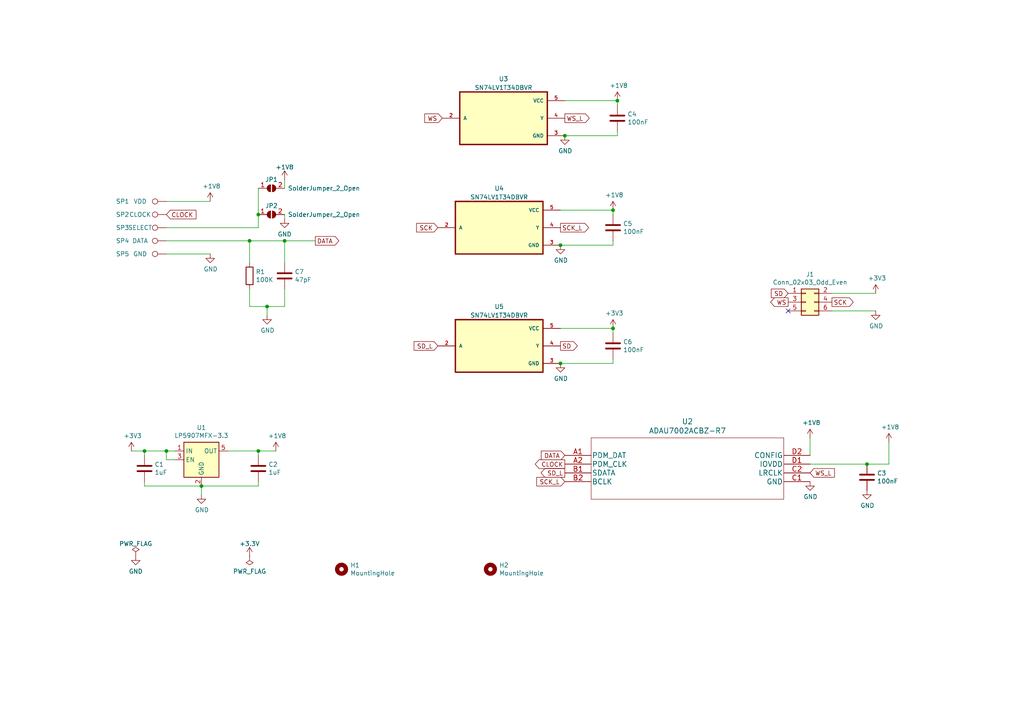
<source format=kicad_sch>
(kicad_sch (version 20230121) (generator eeschema)
  (paper "A4")
  (title_block (title "IM72D128-Tube-PCB") (date "2022-07-12") (rev "V1.0"))
  (lib_symbols
    (symbol "+1V8_1" (power) (pin_names (offset 0))
      (property "Value" "+1V8_1" (at 0 3.556 0))
      (symbol "+1V8_1_0_1"
        (polyline (pts (xy -0.762 1.27) (xy 0 2.54)))
        (polyline (pts (xy 0 0) (xy 0 2.54)))
        (polyline (pts (xy 0 2.54) (xy 0.762 1.27)))
      )
      (symbol "+1V8_1_1_1"
        (pin power_in line (at 0 0 90) (length 0) hide (name "+1V8") (number "1"))
      )
    )
    (symbol "ADAU7002:ADAU7002ACBZ-R7" (pin_names (offset 0.254))
      (property "Reference" "U" (at 35.56 10.16 0))
      (property "Value" "ADAU7002ACBZ-R7" (at 35.56 7.62 0))
      (symbol "ADAU7002ACBZ-R7_1_1"
        (polyline (pts (xy 7.62 -12.7) (xy 63.5 -12.7)) (stroke (width 0.127)))
        (polyline (pts (xy 7.62 5.08) (xy 7.62 -12.7)) (stroke (width 0.127)))
        (polyline (pts (xy 63.5 -12.7) (xy 63.5 5.08)) (stroke (width 0.127)))
        (polyline (pts (xy 63.5 5.08) (xy 7.62 5.08)) (stroke (width 0.127)))
        (pin input line (at 0 0 0) (length 7.62) (name "PDM_DAT") (number "A1"))
        (pin output line (at 0 -2.54 0) (length 7.62) (name "PDM_CLK") (number "A2"))
        (pin output line (at 0 -5.08 0) (length 7.62) (name "SDATA") (number "B1"))
        (pin input line (at 0 -7.62 0) (length 7.62) (name "BCLK") (number "B2"))
        (pin power_in line (at 71.12 -7.62 180) (length 7.62) (name "GND") (number "C1"))
        (pin input line (at 71.12 -5.08 180) (length 7.62) (name "LRCLK") (number "C2"))
        (pin power_in line (at 71.12 -2.54 180) (length 7.62) (name "IOVDD") (number "D1"))
        (pin input line (at 71.12 0 180) (length 7.62) (name "CONFIG") (number "D2"))
      )
    )
    (symbol "Connector:TestPoint" (pin_numbers hide) (pin_names (offset 0.762) hide)
      (property "Reference" "TP" (at 0 6.858 0))
      (property "Value" "TestPoint" (at 0 5.08 0))
      (symbol "TestPoint_0_1"
        (circle (center 0 3.302) (radius 0.762))
      )
      (symbol "TestPoint_1_1"
        (pin passive line (at 0 0 90) (length 2.54) (name "1") (number "1"))
      )
    )
    (symbol "Connector_Generic:Conn_02x03_Odd_Even" (pin_names (offset 1.016) hide)
      (property "Reference" "J" (at 1.27 5.08 0))
      (property "Value" "Conn_02x03_Odd_Even" (at 1.27 -5.08 0))
      (symbol "Conn_02x03_Odd_Even_1_1"
        (rectangle (start -1.27 -2.413) (end 0 -2.667) (stroke (width 0.1524)))
        (rectangle (start -1.27 0.127) (end 0 -0.127) (stroke (width 0.1524)))
        (rectangle (start -1.27 2.667) (end 0 2.413) (stroke (width 0.1524)))
        (rectangle (start -1.27 3.81) (end 3.81 -3.81) (stroke (width 0.254)) (fill (type background)))
        (rectangle (start 3.81 -2.413) (end 2.54 -2.667) (stroke (width 0.1524)))
        (rectangle (start 3.81 0.127) (end 2.54 -0.127) (stroke (width 0.1524)))
        (rectangle (start 3.81 2.667) (end 2.54 2.413) (stroke (width 0.1524)))
        (pin passive line (at -5.08 2.54 0) (length 3.81) (name "Pin_1") (number "1"))
        (pin passive line (at 7.62 2.54 180) (length 3.81) (name "Pin_2") (number "2"))
        (pin passive line (at -5.08 0 0) (length 3.81) (name "Pin_3") (number "3"))
        (pin passive line (at 7.62 0 180) (length 3.81) (name "Pin_4") (number "4"))
        (pin passive line (at -5.08 -2.54 0) (length 3.81) (name "Pin_5") (number "5"))
        (pin passive line (at 7.62 -2.54 180) (length 3.81) (name "Pin_6") (number "6"))
      )
    )
    (symbol "Device:C" (pin_numbers hide) (pin_names (offset 0.254))
      (property "Reference" "C" (at 0.635 2.54 0))
      (property "Value" "C" (at 0.635 -2.54 0))
      (symbol "C_0_1"
        (polyline (pts (xy -2.032 -0.762) (xy 2.032 -0.762)) (stroke (width 0.508)))
        (polyline (pts (xy -2.032 0.762) (xy 2.032 0.762)) (stroke (width 0.508)))
      )
      (symbol "C_1_1"
        (pin passive line (at 0 3.81 270) (length 2.794) (name "~") (number "1"))
        (pin passive line (at 0 -3.81 90) (length 2.794) (name "~") (number "2"))
      )
    )
    (symbol "Device:R" (pin_numbers hide) (pin_names (offset 0))
      (property "Reference" "R" (at 2.032 0 90))
      (property "Value" "R" (at 0 0 90))
      (symbol "R_0_1"
        (rectangle (start -1.016 -2.54) (end 1.016 2.54) (stroke (width 0.254)))
      )
      (symbol "R_1_1"
        (pin passive line (at 0 3.81 270) (length 1.27) (name "~") (number "1"))
        (pin passive line (at 0 -3.81 90) (length 1.27) (name "~") (number "2"))
      )
    )
    (symbol "GND_1" (power) (pin_names (offset 0))
      (property "Value" "GND_1" (at 0 -3.81 0))
      (symbol "GND_1_0_1"
        (polyline (pts (xy 0 0) (xy 0 -1.27) (xy 1.27 -1.27) (xy 0 -2.54) (xy -1.27 -1.27) (xy 0 -1.27)))
      )
      (symbol "GND_1_1_1"
        (pin power_in line (at 0 0 270) (length 0) hide (name "GND") (number "1"))
      )
    )
    (symbol "GND_2" (power) (pin_names (offset 0))
      (property "Value" "GND_2" (at 0 -3.81 0))
      (symbol "GND_2_0_1"
        (polyline (pts (xy 0 0) (xy 0 -1.27) (xy 1.27 -1.27) (xy 0 -2.54) (xy -1.27 -1.27) (xy 0 -1.27)))
      )
      (symbol "GND_2_1_1"
        (pin power_in line (at 0 0 270) (length 0) hide (name "GND") (number "1"))
      )
    )
    (symbol "Jumper:SolderJumper_2_Open" (pin_names (offset 0) hide)
      (property "Reference" "JP" (at 0 2.032 0))
      (property "Value" "SolderJumper_2_Open" (at 0 -2.54 0))
      (symbol "SolderJumper_2_Open_0_1"
        (arc (start -0.254 1.016) (mid -1.2656 0) (end -0.254 -1.016))
        (arc (start -0.254 1.016) (mid -1.2656 0) (end -0.254 -1.016) (fill (type outline)))
        (polyline (pts (xy -0.254 1.016) (xy -0.254 -1.016)))
        (polyline (pts (xy 0.254 1.016) (xy 0.254 -1.016)))
        (arc (start 0.254 -1.016) (mid 1.2656 0) (end 0.254 1.016))
        (arc (start 0.254 -1.016) (mid 1.2656 0) (end 0.254 1.016) (fill (type outline)))
      )
      (symbol "SolderJumper_2_Open_1_1"
        (pin passive line (at -3.81 0 0) (length 2.54) (name "A") (number "1"))
        (pin passive line (at 3.81 0 180) (length 2.54) (name "B") (number "2"))
      )
    )
    (symbol "Mechanical:MountingHole" (pin_names (offset 1.016))
      (property "Reference" "H" (at 0 5.08 0))
      (property "Value" "MountingHole" (at 0 3.175 0))
      (symbol "MountingHole_0_1"
        (circle (center 0 0) (radius 1.27) (stroke (width 1.27)))
      )
    )
    (symbol "Regulator_Linear:LP5907MFX-3.3"
      (property "Reference" "U" (at -3.81 6.35 0))
      (property "Value" "LP5907MFX-3.3" (at 6.35 6.35 0))
      (symbol "LP5907MFX-3.3_0_1"
        (rectangle (start -5.08 -5.08) (end 5.08 5.08) (stroke (width 0.254)) (fill (type background)))
        (pin power_in line (at -7.62 2.54 0) (length 2.54) (name "IN") (number "1"))
        (pin power_in line (at 0 -7.62 90) (length 2.54) (name "GND") (number "2"))
        (pin input line (at -7.62 0 0) (length 2.54) (name "EN") (number "3"))
        (pin no_connect line (at 5.08 0 180) (length 2.54) hide (name "NC") (number "4"))
        (pin power_out line (at 7.62 2.54 180) (length 2.54) (name "OUT") (number "5"))
      )
    )
    (symbol "SN74LV1T34DBVR:SN74LV1T34DBVR" (pin_names (offset 1.016))
      (property "Reference" "U" (at -12.7 8.62 0))
      (property "Value" "SN74LV1T34DBVR" (at -12.7 -11.62 0))
      (symbol "SN74LV1T34DBVR_0_0"
        (rectangle (start -12.7 -7.62) (end 12.7 7.62) (stroke (width 0.41)) (fill (type background)))
        (pin input line (at -17.78 0 0) (length 5.08) (name "A") (number "2"))
        (pin power_in line (at 17.78 -5.08 180) (length 5.08) (name "GND") (number "3"))
        (pin output line (at 17.78 0 180) (length 5.08) (name "Y") (number "4"))
        (pin power_in line (at 17.78 5.08 180) (length 5.08) (name "VCC") (number "5"))
      )
    )
    (symbol "power:+1V8" (power) (pin_names (offset 0))
      (property "Value" "+1V8" (at 0 3.556 0))
      (symbol "+1V8_0_1"
        (polyline (pts (xy -0.762 1.27) (xy 0 2.54)))
        (polyline (pts (xy 0 0) (xy 0 2.54)))
        (polyline (pts (xy 0 2.54) (xy 0.762 1.27)))
      )
      (symbol "+1V8_1_1"
        (pin power_in line (at 0 0 90) (length 0) hide (name "+1V8") (number "1"))
      )
    )
    (symbol "power:+3.3V" (power) (pin_names (offset 0))
      (property "Value" "+3.3V" (at 0 3.556 0))
      (symbol "+3.3V_0_1"
        (polyline (pts (xy -0.762 1.27) (xy 0 2.54)))
        (polyline (pts (xy 0 0) (xy 0 2.54)))
        (polyline (pts (xy 0 2.54) (xy 0.762 1.27)))
      )
      (symbol "+3.3V_1_1"
        (pin power_in line (at 0 0 90) (length 0) hide (name "+3.3V") (number "1"))
      )
    )
    (symbol "power:+3V3" (power) (pin_names (offset 0))
      (property "Value" "+3V3" (at 0 3.556 0))
      (symbol "+3V3_0_1"
        (polyline (pts (xy -0.762 1.27) (xy 0 2.54)))
        (polyline (pts (xy 0 0) (xy 0 2.54)))
        (polyline (pts (xy 0 2.54) (xy 0.762 1.27)))
      )
      (symbol "+3V3_1_1"
        (pin power_in line (at 0 0 90) (length 0) hide (name "+3V3") (number "1"))
      )
    )
    (symbol "power:GND" (power) (pin_names (offset 0))
      (property "Value" "GND" (at 0 -3.81 0))
      (symbol "GND_0_1"
        (polyline (pts (xy 0 0) (xy 0 -1.27) (xy 1.27 -1.27) (xy 0 -2.54) (xy -1.27 -1.27) (xy 0 -1.27)))
      )
      (symbol "GND_1_1"
        (pin power_in line (at 0 0 270) (length 0) hide (name "GND") (number "1"))
      )
    )
    (symbol "power:PWR_FLAG" (power) (pin_numbers hide) (pin_names (offset 0) hide)
      (property "Value" "PWR_FLAG" (at 0 3.81 0))
      (symbol "PWR_FLAG_0_0"
        (pin power_out line (at 0 0 90) (length 0) (name "pwr") (number "1"))
      )
      (symbol "PWR_FLAG_0_1"
        (polyline (pts (xy 0 0) (xy 0 1.27) (xy -1.016 1.905) (xy 0 2.54) (xy 1.016 1.905) (xy 0 1.27)))
      )
    )
  )
  (junction (at 177.8 60.96))
  (junction (at 58.42 140.97))
  (junction (at 251.46 134.62))
  (junction (at 48.26 130.81))
  (junction (at 74.93 130.81))
  (junction (at 72.39 69.85))
  (junction (at 82.55 69.85))
  (junction (at 177.8 95.25))
  (junction (at 41.91 130.81))
  (junction (at 162.56 105.41))
  (junction (at 162.56 71.12))
  (junction (at 74.93 62.23))
  (junction (at 163.83 39.37))
  (junction (at 179.07 29.21))
  (junction (at 77.47 88.9))
  (no_connect (at 228.6 90.17))
  (wire (pts (xy 74.93 54.61) (xy 74.93 62.23)))
  (wire (pts (xy 48.26 69.85) (xy 72.39 69.85)))
  (wire (pts (xy 241.3 85.09) (xy 254 85.09)))
  (wire (pts (xy 162.56 105.41) (xy 177.8 105.41)))
  (wire (pts (xy 163.83 39.37) (xy 179.07 39.37)))
  (wire (pts (xy 66.04 130.81) (xy 74.93 130.81)))
  (wire (pts (xy 72.39 83.82) (xy 72.39 88.9)))
  (wire (pts (xy 241.3 90.17) (xy 254 90.17)))
  (wire (pts (xy 162.56 71.12) (xy 177.8 71.12)))
  (wire (pts (xy 179.07 38.1) (xy 179.07 39.37)))
  (wire (pts (xy 82.55 62.23) (xy 82.55 63.5)))
  (wire (pts (xy 177.8 95.25) (xy 162.56 95.25)))
  (wire (pts (xy 48.26 66.04) (xy 74.93 66.04)))
  (wire (pts (xy 48.26 130.81) (xy 41.91 130.81)))
  (wire (pts (xy 50.8 130.81) (xy 48.26 130.81)))
  (wire (pts (xy 234.95 127) (xy 234.95 132.08)))
  (wire (pts (xy 82.55 69.85) (xy 91.44 69.85)))
  (wire (pts (xy 177.8 69.85) (xy 177.8 71.12)))
  (wire (pts (xy 41.91 132.08) (xy 41.91 130.81)))
  (wire (pts (xy 82.55 69.85) (xy 82.55 76.2)))
  (wire (pts (xy 74.93 139.7) (xy 74.93 140.97)))
  (wire (pts (xy 72.39 69.85) (xy 82.55 69.85)))
  (wire (pts (xy 77.47 88.9) (xy 77.47 91.44)))
  (wire (pts (xy 77.47 88.9) (xy 82.55 88.9)))
  (wire (pts (xy 74.93 62.23) (xy 74.93 66.04)))
  (wire (pts (xy 177.8 62.23) (xy 177.8 60.96)))
  (wire (pts (xy 41.91 139.7) (xy 41.91 140.97)))
  (wire (pts (xy 48.26 73.66) (xy 60.96 73.66)))
  (wire (pts (xy 251.46 134.62) (xy 257.81 134.62)))
  (wire (pts (xy 177.8 104.14) (xy 177.8 105.41)))
  (wire (pts (xy 72.39 69.85) (xy 72.39 76.2)))
  (wire (pts (xy 82.55 52.07) (xy 82.55 54.61)))
  (wire (pts (xy 257.81 134.62) (xy 257.81 128.27)))
  (wire (pts (xy 234.95 134.62) (xy 251.46 134.62)))
  (wire (pts (xy 82.55 88.9) (xy 82.55 83.82)))
  (wire (pts (xy 58.42 140.97) (xy 74.93 140.97)))
  (wire (pts (xy 50.8 133.35) (xy 48.26 133.35)))
  (wire (pts (xy 72.39 88.9) (xy 77.47 88.9)))
  (wire (pts (xy 179.07 30.48) (xy 179.07 29.21)))
  (wire (pts (xy 74.93 132.08) (xy 74.93 130.81)))
  (wire (pts (xy 177.8 60.96) (xy 162.56 60.96)))
  (wire (pts (xy 177.8 96.52) (xy 177.8 95.25)))
  (wire (pts (xy 58.42 140.97) (xy 41.91 140.97)))
  (wire (pts (xy 41.91 130.81) (xy 38.1 130.81)))
  (wire (pts (xy 58.42 140.97) (xy 58.42 143.51)))
  (wire (pts (xy 74.93 130.81) (xy 80.01 130.81)))
  (wire (pts (xy 48.26 58.42) (xy 60.96 58.42)))
  (wire (pts (xy 48.26 133.35) (xy 48.26 130.81)))
  (wire (pts (xy 179.07 29.21) (xy 163.83 29.21)))
  (global_label "SCK" (shape input) (at 127 66.04 180) (property "Intersheetrefs" "${INTERSHEET_REFS}" (effects hide)) (property "Referenzen zwischen Schaltplänen" "${INTERSHEET_REFS}" (effects hide)))
  (global_label "WS" (shape output) (at 228.6 87.63 180) (property "Intersheetrefs" "${INTERSHEET_REFS}" (effects hide)) (property "Referenzen zwischen Schaltplänen" "${INTERSHEET_REFS}" (effects hide)))
  (global_label "DATA" (shape output) (at 91.44 69.85 0) (property "Intersheetrefs" "${INTERSHEET_REFS}" (effects hide)) (property "Referenzen zwischen Schaltplänen" "${INTERSHEET_REFS}" (effects hide)))
  (global_label "CLOCK" (shape output) (at 163.83 134.62 180) (property "Intersheetrefs" "${INTERSHEET_REFS}" (effects hide)) (property "Referenzen zwischen Schaltplänen" "${INTERSHEET_REFS}" (effects hide)))
  (global_label "SD_L" (shape input) (at 127 100.33 180) (property "Intersheetrefs" "${INTERSHEET_REFS}" (effects hide)) (property "Referenzen zwischen Schaltplänen" "${INTERSHEET_REFS}" (effects hide)))
  (global_label "SCK_L" (shape input) (at 163.83 139.7 180) (property "Intersheetrefs" "${INTERSHEET_REFS}" (effects hide)) (property "Referenzen zwischen Schaltplänen" "${INTERSHEET_REFS}" (effects hide)))
  (global_label "WS_L" (shape output) (at 163.83 34.29 0) (property "Intersheetrefs" "${INTERSHEET_REFS}" (effects hide)) (property "Referenzen zwischen Schaltplänen" "${INTERSHEET_REFS}" (effects hide)))
  (global_label "SD_L" (shape output) (at 163.83 137.16 180) (property "Intersheetrefs" "${INTERSHEET_REFS}" (effects hide)) (property "Referenzen zwischen Schaltplänen" "${INTERSHEET_REFS}" (effects hide)))
  (global_label "SCK_L" (shape output) (at 162.56 66.04 0) (property "Intersheetrefs" "${INTERSHEET_REFS}" (effects hide)) (property "Referenzen zwischen Schaltplänen" "${INTERSHEET_REFS}" (effects hide)))
  (global_label "DATA" (shape input) (at 163.83 132.08 180) (property "Intersheetrefs" "${INTERSHEET_REFS}" (effects hide)) (property "Referenzen zwischen Schaltplänen" "${INTERSHEET_REFS}" (effects hide)))
  (global_label "WS" (shape input) (at 128.27 34.29 180) (property "Intersheetrefs" "${INTERSHEET_REFS}" (effects hide)) (property "Referenzen zwischen Schaltplänen" "${INTERSHEET_REFS}" (effects hide)))
  (global_label "SCK" (shape output) (at 241.3 87.63 0) (property "Intersheetrefs" "${INTERSHEET_REFS}" (effects hide)) (property "Referenzen zwischen Schaltplänen" "${INTERSHEET_REFS}" (effects hide)))
  (global_label "SD" (shape output) (at 162.56 100.33 0) (property "Intersheetrefs" "${INTERSHEET_REFS}" (effects hide)) (property "Referenzen zwischen Schaltplänen" "${INTERSHEET_REFS}" (effects hide)))
  (global_label "CLOCK" (shape input) (at 48.26 62.23 0) (property "Intersheetrefs" "${INTERSHEET_REFS}" (effects hide)) (property "Referenzen zwischen Schaltplänen" "${INTERSHEET_REFS}" (effects hide)))
  (global_label "SD" (shape input) (at 228.6 85.09 180) (property "Intersheetrefs" "${INTERSHEET_REFS}" (effects hide)) (property "Referenzen zwischen Schaltplänen" "${INTERSHEET_REFS}" (effects hide)))
  (global_label "WS_L" (shape input) (at 234.95 137.16 0) (property "Intersheetrefs" "${INTERSHEET_REFS}" (effects hide)) (property "Referenzen zwischen Schaltplänen" "${INTERSHEET_REFS}" (effects hide)))
  (symbol (lib_id "Connector:TestPoint") (at 48.26 58.42 90) (unit 1)
    (property "Reference" "SP1" (at 35.56 58.42 90))
    (property "Value" "VDD" (at 40.64 58.42 90))
    (property "Footprint" "Solder_Pad:Solder_Pad_1.0x2.0mm" (effects hide))
  )
  (symbol (lib_id "Connector:TestPoint") (at 48.26 62.23 90) (unit 1)
    (property "Reference" "SP2" (at 35.56 62.23 90))
    (property "Value" "CLOCK" (at 40.64 62.23 90))
    (property "Footprint" "Solder_Pad:Solder_Pad_1.0x2.0mm" (effects hide))
  )
  (symbol (lib_id "Connector:TestPoint") (at 48.26 69.85 90) (unit 1)
    (property "Reference" "SP4" (at 35.56 69.85 90))
    (property "Value" "DATA" (at 40.64 69.85 90))
    (property "Footprint" "Solder_Pad:Solder_Pad_1.0x2.0mm" (effects hide))
  )
  (symbol (lib_id "Connector:TestPoint") (at 48.26 73.66 90) (unit 1)
    (property "Reference" "SP5" (at 35.56 73.66 90))
    (property "Value" "GND" (at 40.64 73.66 90))
    (property "Footprint" "Solder_Pad:Solder_Pad_1.0x2.0mm" (effects hide))
  )
  (symbol (lib_id "Connector_Generic:Conn_02x03_Odd_Even") (at 233.68 87.63 0) (unit 1)
    (property "Reference" "J1" (at 234.95 79.5782 0))
    (property "Value" "Conn_02x03_Odd_Even" (at 234.95 81.8896 0))
    (property "Footprint" "Connector_PinHeader_2.54mm:PinHeader_2x03_P2.54mm_Vertical" (effects hide))
  )
  (symbol (lib_id "power:+3V3") (at 254 85.09 0) (unit 1)
    (property "Reference" "#PWR0101" (effects hide))
    (property "Value" "+3V3" (at 254.381 80.6958 0))
  )
  (symbol (lib_id "power:GND") (at 254 90.17 0) (unit 1)
    (property "Reference" "#PWR0102" (effects hide))
    (property "Value" "GND" (at 254.127 94.5642 0))
  )
  (symbol (lib_id "Mechanical:MountingHole") (at 99.06 165.1 0) (unit 1)
    (property "Reference" "H1" (at 101.6 163.9316 0) (effects (justify left)))
    (property "Value" "MountingHole" (at 101.6 166.243 0) (effects (justify left)))
    (property "Footprint" "MountingHole:MountingHole_2.1mm" (effects hide))
  )
  (symbol (lib_id "Mechanical:MountingHole") (at 142.24 165.1 0) (unit 1)
    (property "Reference" "H2" (at 144.78 163.9316 0) (effects (justify left)))
    (property "Value" "MountingHole" (at 144.78 166.243 0) (effects (justify left)))
    (property "Footprint" "MountingHole:MountingHole_2.1mm" (effects hide))
  )
  (symbol (lib_id "power:+1V8") (at 60.96 58.42 0) (unit 1)
    (property "Reference" "#PWR0106" (effects hide))
    (property "Value" "+1V8" (at 61.341 54.0258 0))
  )
  (symbol (lib_id "power:GND") (at 58.42 143.51 0) (unit 1)
    (property "Reference" "#PWR0107" (effects hide))
    (property "Value" "GND" (at 58.547 147.9042 0))
  )
  (symbol (lib_id "power:+1V8") (at 80.01 130.81 0) (unit 1)
    (property "Reference" "#PWR0108" (effects hide))
    (property "Value" "+1V8" (at 80.391 126.4158 0))
  )
  (symbol (lib_id "power:+3V3") (at 38.1 130.81 0) (unit 1)
    (property "Reference" "#PWR0109" (effects hide))
    (property "Value" "+3V3" (at 38.481 126.4158 0))
  )
  (symbol (lib_id "Device:C") (at 41.91 135.89 0) (unit 1)
    (property "Reference" "C1" (at 44.831 134.7216 0) (effects (justify left)))
    (property "Value" "1uF" (at 44.831 137.033 0) (effects (justify left)))
    (property "Footprint" "Capacitor_SMD:C_0603_1608Metric" (effects hide))
  )
  (symbol (lib_id "Device:C") (at 74.93 135.89 0) (unit 1)
    (property "Reference" "C2" (at 77.851 134.7216 0) (effects (justify left)))
    (property "Value" "1uF" (at 77.851 137.033 0) (effects (justify left)))
    (property "Footprint" "Capacitor_SMD:C_0603_1608Metric" (effects hide))
  )
  (symbol (lib_id "power:GND") (at 60.96 73.66 0) (unit 1)
    (property "Reference" "#PWR0110" (effects hide))
    (property "Value" "GND" (at 61.087 78.0542 0))
  )
  (symbol (lib_id "ADAU7002:ADAU7002ACBZ-R7") (at 163.83 132.08 0) (unit 1)
    (property "Reference" "U2" (at 199.39 122.2502 0) (effects (font (size 1.524 1.524))))
    (property "Value" "ADAU7002ACBZ-R7" (at 199.39 124.9426 0) (effects (font (size 1.524 1.524))))
    (property "Footprint" "ADAU7002:ADAU7002" (effects hide))
  )
  (symbol (lib_id "power:GND") (at 163.83 39.37 0) (unit 1)
    (property "Reference" "#PWR0111" (effects hide))
    (property "Value" "GND" (at 163.957 43.7642 0))
  )
  (symbol (lib_id "power:GND") (at 234.95 139.7 0) (unit 1)
    (property "Reference" "#PWR0114" (effects hide))
    (property "Value" "GND" (at 235.077 144.0942 0))
  )
  (symbol (lib_id "power:+1V8") (at 179.07 29.21 0) (unit 1)
    (property "Reference" "#PWR0115" (effects hide))
    (property "Value" "+1V8" (at 179.451 24.8158 0))
  )
  (symbol (lib_id "power:+1V8") (at 257.81 128.27 0) (unit 1)
    (property "Reference" "#PWR0118" (effects hide))
    (property "Value" "+1V8" (at 258.191 123.8758 0))
  )
  (symbol (lib_id "power:+1V8") (at 234.95 127 0) (unit 1)
    (property "Reference" "#PWR0119" (effects hide))
    (property "Value" "+1V8" (at 235.331 122.6058 0))
  )
  (symbol (lib_id "Device:C") (at 251.46 138.43 0) (unit 1)
    (property "Reference" "C3" (at 254.381 137.2616 0) (effects (justify left)))
    (property "Value" "100nF" (at 254.381 139.573 0) (effects (justify left)))
    (property "Footprint" "Capacitor_SMD:C_0603_1608Metric" (effects hide))
  )
  (symbol (lib_id "Regulator_Linear:LP5907MFX-3.3") (at 58.42 133.35 0) (unit 1)
    (property "Reference" "U1" (at 58.42 124.0282 0))
    (property "Value" "LP5907MFX-3.3" (at 58.42 126.3396 0))
    (property "Footprint" "Package_TO_SOT_SMD:SOT-23-5" (effects hide))
    (property "Datasheet" "http://www.ti.com/lit/ds/symlink/lp5907.pdf" (effects hide))
  )
  (symbol (lib_id "power:GND") (at 251.46 142.24 0) (unit 1)
    (property "Reference" "#PWR0121" (effects hide))
    (property "Value" "GND" (at 251.587 146.6342 0))
  )
  (symbol (lib_id "Device:C") (at 179.07 34.29 0) (unit 1)
    (property "Reference" "C4" (at 181.991 33.1216 0) (effects (justify left)))
    (property "Value" "100nF" (at 181.991 35.433 0) (effects (justify left)))
    (property "Footprint" "Capacitor_SMD:C_0603_1608Metric" (effects hide))
  )
  (symbol (lib_id "Device:R") (at 72.39 80.01 0) (unit 1)
    (property "Reference" "R1" (at 74.168 78.8416 0) (effects (justify left)))
    (property "Value" "100K" (at 74.168 81.153 0) (effects (justify left)))
    (property "Footprint" "Resistor_SMD:R_0603_1608Metric" (effects hide))
  )
  (symbol (lib_id "Device:C") (at 82.55 80.01 0) (unit 1)
    (property "Reference" "C7" (at 85.471 78.8416 0) (effects (justify left)))
    (property "Value" "47pF" (at 85.471 81.153 0) (effects (justify left)))
    (property "Footprint" "Capacitor_SMD:C_0603_1608Metric" (effects hide))
  )
  (symbol (lib_id "power:GND") (at 77.47 91.44 0) (unit 1)
    (property "Reference" "#PWR0105" (effects hide))
    (property "Value" "GND" (at 77.597 95.8342 0))
  )
  (symbol (lib_id "Connector:TestPoint") (at 48.26 66.04 90) (unit 1)
    (property "Reference" "SP3" (at 35.56 66.04 90))
    (property "Value" "SELECT" (at 40.64 66.04 90))
    (property "Footprint" "Solder_Pad:Solder_Pad_1.0x2.0mm" (effects hide))
  )
  (symbol (lib_name "GND_2") (lib_id "power:GND") (at 39.37 161.29 0) (unit 1)
    (property "Reference" "#PWR0104" (effects hide))
    (property "Value" "GND" (at 39.37 165.7334 0))
  )
  (symbol (lib_id "SN74LV1T34DBVR:SN74LV1T34DBVR") (at 144.78 100.33 0) (unit 1)
    (property "Reference" "U5" (at 144.78 88.9322 0))
    (property "Value" "SN74LV1T34DBVR" (at 144.78 91.4691 0))
    (property "Footprint" "SN74LV1T34DBVR:SOT95P280X145-5N" (effects hide))
  )
  (symbol (lib_id "SN74LV1T34DBVR:SN74LV1T34DBVR") (at 146.05 34.29 0) (unit 1)
    (property "Reference" "U3" (at 146.05 22.8922 0))
    (property "Value" "SN74LV1T34DBVR" (at 146.05 25.4291 0))
    (property "Footprint" "SN74LV1T34DBVR:SOT95P280X145-5N" (effects hide))
  )
  (symbol (lib_id "power:PWR_FLAG") (at 72.39 161.29 180) (unit 1)
    (property "Reference" "#FLG0101" (effects hide))
    (property "Value" "PWR_FLAG" (at 72.39 165.7334 0))
  )
  (symbol (lib_name "GND_1") (lib_id "power:GND") (at 82.55 63.5 0) (unit 1)
    (property "Reference" "#PWR0125" (effects hide))
    (property "Value" "GND" (at 82.55 67.9434 0))
  )
  (symbol (lib_id "Device:C") (at 177.8 100.33 0) (unit 1)
    (property "Reference" "C6" (at 180.721 99.1616 0) (effects (justify left)))
    (property "Value" "100nF" (at 180.721 101.473 0) (effects (justify left)))
    (property "Footprint" "Capacitor_SMD:C_0603_1608Metric" (effects hide))
  )
  (symbol (lib_id "power:+3V3") (at 177.8 95.25 0) (unit 1)
    (property "Reference" "#PWR0116" (effects hide))
    (property "Value" "+3V3" (at 178.181 90.8558 0))
  )
  (symbol (lib_id "SN74LV1T34DBVR:SN74LV1T34DBVR") (at 144.78 66.04 0) (unit 1)
    (property "Reference" "U4" (at 144.78 54.6422 0))
    (property "Value" "SN74LV1T34DBVR" (at 144.78 57.1791 0))
    (property "Footprint" "SN74LV1T34DBVR:SOT95P280X145-5N" (effects hide))
  )
  (symbol (lib_id "power:PWR_FLAG") (at 39.37 161.29 0) (unit 1)
    (property "Reference" "#FLG0102" (effects hide))
    (property "Value" "PWR_FLAG" (at 39.37 157.7142 0))
  )
  (symbol (lib_id "power:GND") (at 162.56 105.41 0) (unit 1)
    (property "Reference" "#PWR0112" (effects hide))
    (property "Value" "GND" (at 162.687 109.8042 0))
  )
  (symbol (lib_id "power:+3.3V") (at 72.39 161.29 0) (unit 1)
    (property "Reference" "#PWR0103" (effects hide))
    (property "Value" "+3.3V" (at 72.39 157.7142 0))
  )
  (symbol (lib_id "power:+1V8") (at 177.8 60.96 0) (unit 1)
    (property "Reference" "#PWR0117" (effects hide))
    (property "Value" "+1V8" (at 178.181 56.5658 0))
  )
  (symbol (lib_id "Device:C") (at 177.8 66.04 0) (unit 1)
    (property "Reference" "C5" (at 180.721 64.8716 0) (effects (justify left)))
    (property "Value" "100nF" (at 180.721 67.183 0) (effects (justify left)))
    (property "Footprint" "Capacitor_SMD:C_0603_1608Metric" (effects hide))
  )
  (symbol (lib_id "Jumper:SolderJumper_2_Open") (at 78.74 54.61 0) (unit 1)
    (property "Reference" "JP1" (at 78.74 52.07 0))
    (property "Value" "SolderJumper_2_Open" (at 93.98 54.61 0))
    (property "Footprint" "Jumper:SolderJumper-2_P1.3mm_Open_TrianglePad1.0x1.5mm" (effects hide))
  )
  (symbol (lib_id "power:GND") (at 162.56 71.12 0) (unit 1)
    (property "Reference" "#PWR0113" (effects hide))
    (property "Value" "GND" (at 162.687 75.5142 0))
  )
  (symbol (lib_name "+1V8_1") (lib_id "power:+1V8") (at 82.55 52.07 0) (unit 1)
    (property "Reference" "#PWR0126" (effects hide))
    (property "Value" "+1V8" (at 82.55 48.4942 0))
  )
  (symbol (lib_id "Jumper:SolderJumper_2_Open") (at 78.74 62.23 0) (unit 1)
    (property "Reference" "JP2" (at 78.74 59.69 0))
    (property "Value" "SolderJumper_2_Open" (at 93.98 62.23 0))
    (property "Footprint" "Jumper:SolderJumper-2_P1.3mm_Open_TrianglePad1.0x1.5mm" (effects hide))
  )
)
</source>
